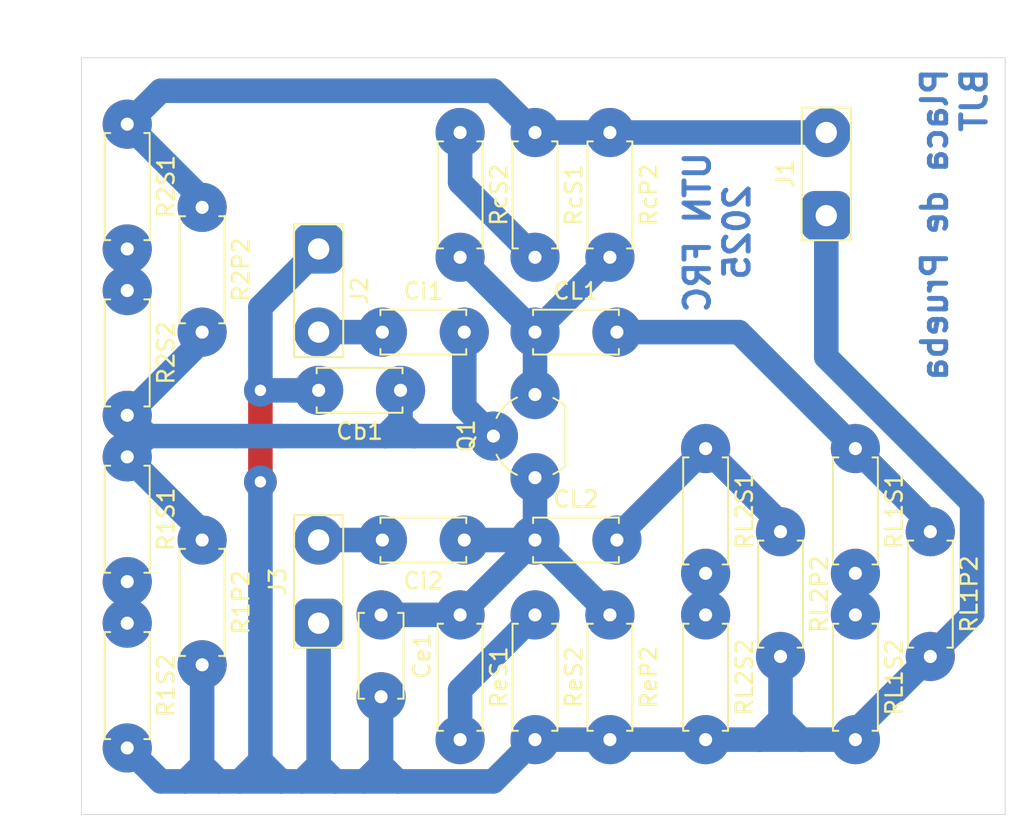
<source format=kicad_pcb>
(kicad_pcb (version 20241229) (generator "pcbnew") (generator_version "9.0")
  (layers (0 "F.Cu" signal) (2 "B.Cu" signal) (13 "F.Paste" user) (15 "B.Paste" user) (5 "F.SilkS" user "F.Silkscreen") (7 "B.SilkS" user "B.Silkscreen") (1 "F.Mask" user) (3 "B.Mask" user) (25 "Edge.Cuts" user))
  (net 0 "")
  (net 1 "GND")
  (net 2 "Net-(Q1-E)")
  (net 3 "Net-(Q1-C)")
  (net 4 "VIN1")
  (net 5 "VIN2")
  (net 6 "Net-(CL1-Pad2)")
  (net 7 "VCC")
  (net 8 "Net-(Q1-B)")
  (net 9 "Net-(CL2-Pad2)")
  (net 10 "Net-(R1S1-Pad2)")
  (net 11 "Net-(R2S1-Pad2)")
  (net 12 "Net-(RcS1-Pad2)")
  (net 13 "Net-(ReS1-Pad2)")
  (net 14 "Net-(RL1S1-Pad2)")
  (net 15 "Net-(RL2S1-Pad2)")
  (footprint "Resistor_THT:R_Axial_DIN0207_L6.3mm_D2.5mm_P7.62mm_Horizontal" (layer "F.Cu") (at 167.386 72.136 -90)
    (property "Reference" "RL1S1" (at 3.81 -2.37 90) (layer "F.SilkS"))
    (property "Value" "R")
    (fp_line (start 0.54 1.37) (end 7.08 1.37) (stroke (width 0.12)) (layer "F.SilkS"))
    (fp_line (start 7.08 1.37) (end 7.08 1.04) (stroke (width 0.12)) (layer "F.SilkS"))
    (fp_line (start 0.54 1.04) (end 0.54 1.37) (stroke (width 0.12)) (layer "F.SilkS"))
    (fp_line (start 0.54 -1.04) (end 0.54 -1.37) (stroke (width 0.12)) (layer "F.SilkS"))
    (fp_line (start 0.54 -1.37) (end 7.08 -1.37) (stroke (width 0.12)) (layer "F.SilkS"))
    (fp_line (start 7.08 -1.37) (end 7.08 -1.04) (stroke (width 0.12)) (layer "F.SilkS"))
    (pad "1" thru_hole circle (at 0 0 270) (size 3 3) (drill 0.8) (layers "*.Cu" "*.Mask") (net 6 "Net-(CL1-Pad2)"))
    (pad "2" thru_hole circle (at 7.62 0 270) (size 3 3) (drill 0.8) (layers "*.Cu" "*.Mask") (net 14 "Net-(RL1S1-Pad2)"))
  )
  (footprint "Resistor_THT:R_Axial_DIN0207_L6.3mm_D2.5mm_P7.62mm_Horizontal" (layer "F.Cu") (at 147.828 52.832 -90)
    (property "Reference" "RcS1" (at 3.81 -2.37 90) (layer "F.SilkS"))
    (property "Value" "R")
    (fp_line (start 0.54 1.37) (end 7.08 1.37) (stroke (width 0.12)) (layer "F.SilkS"))
    (fp_line (start 7.08 1.37) (end 7.08 1.04) (stroke (width 0.12)) (layer "F.SilkS"))
    (fp_line (start 0.54 1.04) (end 0.54 1.37) (stroke (width 0.12)) (layer "F.SilkS"))
    (fp_line (start 0.54 -1.04) (end 0.54 -1.37) (stroke (width 0.12)) (layer "F.SilkS"))
    (fp_line (start 0.54 -1.37) (end 7.08 -1.37) (stroke (width 0.12)) (layer "F.SilkS"))
    (fp_line (start 7.08 -1.37) (end 7.08 -1.04) (stroke (width 0.12)) (layer "F.SilkS"))
    (pad "1" thru_hole circle (at 0 0 270) (size 3 3) (drill 0.8) (layers "*.Cu" "*.Mask") (net 7 "VCC"))
    (pad "2" thru_hole circle (at 7.62 0 270) (size 3 3) (drill 0.8) (layers "*.Cu" "*.Mask") (net 12 "Net-(RcS1-Pad2)"))
  )
  (footprint "TestPoint:TestPoint_2Pads_Pitch5.08mm_Drill1.3mm" (layer "F.Cu") (at 134.62 59.944 -90)
    (property "Reference" "J2" (at 2.54 -2.5 90) (layer "F.SilkS"))
    (property "Value" "Vin1")
    (fp_line (start 6.6 1.5) (end -1.5 1.5) (stroke (width 0.12)) (layer "F.SilkS"))
    (fp_line (start 6.6 1.5) (end 6.6 -1.5) (stroke (width 0.12)) (layer "F.SilkS"))
    (fp_line (start -1.5 -1.5) (end -1.5 1.5) (stroke (width 0.12)) (layer "F.SilkS"))
    (fp_line (start -1.5 -1.5) (end 6.6 -1.5) (stroke (width 0.12)) (layer "F.SilkS"))
    (pad "1" thru_hole roundrect (at 0 0 270) (size 3 3) (drill 1.3) (layers "*.Cu" "*.Mask") (net 1 "GND"))
    (pad "2" thru_hole circle (at 5.08 0 270) (size 3 3) (drill 1.3) (layers "*.Cu" "*.Mask") (net 4 "VIN1"))
  )
  (footprint "Resistor_THT:R_Axial_DIN0207_L6.3mm_D2.5mm_P7.62mm_Horizontal" (layer "F.Cu") (at 158.242 82.296 -90)
    (property "Reference" "RL2S2" (at 3.81 -2.37 90) (layer "F.SilkS"))
    (property "Value" "R")
    (fp_line (start 0.54 1.37) (end 7.08 1.37) (stroke (width 0.12)) (layer "F.SilkS"))
    (fp_line (start 7.08 1.37) (end 7.08 1.04) (stroke (width 0.12)) (layer "F.SilkS"))
    (fp_line (start 0.54 1.04) (end 0.54 1.37) (stroke (width 0.12)) (layer "F.SilkS"))
    (fp_line (start 0.54 -1.04) (end 0.54 -1.37) (stroke (width 0.12)) (layer "F.SilkS"))
    (fp_line (start 0.54 -1.37) (end 7.08 -1.37) (stroke (width 0.12)) (layer "F.SilkS"))
    (fp_line (start 7.08 -1.37) (end 7.08 -1.04) (stroke (width 0.12)) (layer "F.SilkS"))
    (pad "1" thru_hole circle (at 0 0 270) (size 3 3) (drill 0.8) (layers "*.Cu" "*.Mask") (net 15 "Net-(RL2S1-Pad2)"))
    (pad "2" thru_hole circle (at 7.62 0 270) (size 3 3) (drill 0.8) (layers "*.Cu" "*.Mask") (net 1 "GND"))
  )
  (footprint "Resistor_THT:R_Axial_DIN0207_L6.3mm_D2.5mm_P7.62mm_Horizontal" (layer "F.Cu") (at 122.936 52.324 -90)
    (property "Reference" "R2S1" (at 3.81 -2.37 90) (layer "F.SilkS"))
    (property "Value" "R")
    (fp_line (start 0.54 1.37) (end 7.08 1.37) (stroke (width 0.12)) (layer "F.SilkS"))
    (fp_line (start 7.08 1.37) (end 7.08 1.04) (stroke (width 0.12)) (layer "F.SilkS"))
    (fp_line (start 0.54 1.04) (end 0.54 1.37) (stroke (width 0.12)) (layer "F.SilkS"))
    (fp_line (start 0.54 -1.04) (end 0.54 -1.37) (stroke (width 0.12)) (layer "F.SilkS"))
    (fp_line (start 0.54 -1.37) (end 7.08 -1.37) (stroke (width 0.12)) (layer "F.SilkS"))
    (fp_line (start 7.08 -1.37) (end 7.08 -1.04) (stroke (width 0.12)) (layer "F.SilkS"))
    (pad "1" thru_hole circle (at 0 0 270) (size 3 3) (drill 0.8) (layers "*.Cu" "*.Mask") (net 7 "VCC"))
    (pad "2" thru_hole circle (at 7.62 0 270) (size 3 3) (drill 0.8) (layers "*.Cu" "*.Mask") (net 11 "Net-(R2S1-Pad2)"))
  )
  (footprint "TestPoint:TestPoint_2Pads_Pitch5.08mm_Drill1.3mm" (layer "F.Cu") (at 134.62 82.804 90)
    (property "Reference" "J3" (at 2.54 -2.5 90) (layer "F.SilkS"))
    (property "Value" "Vin2")
    (fp_line (start -1.5 -1.5) (end 6.6 -1.5) (stroke (width 0.12)) (layer "F.SilkS"))
    (fp_line (start -1.5 -1.5) (end -1.5 1.5) (stroke (width 0.12)) (layer "F.SilkS"))
    (fp_line (start 6.6 1.5) (end 6.6 -1.5) (stroke (width 0.12)) (layer "F.SilkS"))
    (fp_line (start 6.6 1.5) (end -1.5 1.5) (stroke (width 0.12)) (layer "F.SilkS"))
    (pad "1" thru_hole roundrect (at 0 0 90) (size 3 3) (drill 1.3) (layers "*.Cu" "*.Mask") (net 1 "GND"))
    (pad "2" thru_hole circle (at 5.08 0 90) (size 3 3) (drill 1.3) (layers "*.Cu" "*.Mask") (net 5 "VIN2"))
  )
  (footprint "Resistor_THT:R_Axial_DIN0207_L6.3mm_D2.5mm_P7.62mm_Horizontal" (layer "F.Cu") (at 122.936 62.484 -90)
    (property "Reference" "R2S2" (at 3.81 -2.37 90) (layer "F.SilkS"))
    (property "Value" "R")
    (fp_line (start 0.54 1.37) (end 7.08 1.37) (stroke (width 0.12)) (layer "F.SilkS"))
    (fp_line (start 7.08 1.37) (end 7.08 1.04) (stroke (width 0.12)) (layer "F.SilkS"))
    (fp_line (start 0.54 1.04) (end 0.54 1.37) (stroke (width 0.12)) (layer "F.SilkS"))
    (fp_line (start 0.54 -1.04) (end 0.54 -1.37) (stroke (width 0.12)) (layer "F.SilkS"))
    (fp_line (start 0.54 -1.37) (end 7.08 -1.37) (stroke (width 0.12)) (layer "F.SilkS"))
    (fp_line (start 7.08 -1.37) (end 7.08 -1.04) (stroke (width 0.12)) (layer "F.SilkS"))
    (pad "1" thru_hole circle (at 0 0 270) (size 3 3) (drill 0.8) (layers "*.Cu" "*.Mask") (net 11 "Net-(R2S1-Pad2)"))
    (pad "2" thru_hole circle (at 7.62 0 270) (size 3 3) (drill 0.8) (layers "*.Cu" "*.Mask") (net 8 "Net-(Q1-B)"))
  )
  (footprint "Resistor_THT:R_Axial_DIN0207_L6.3mm_D2.5mm_P7.62mm_Horizontal" (layer "F.Cu") (at 127.508 77.724 -90)
    (property "Reference" "R1P2" (at 3.81 -2.37 90) (layer "F.SilkS"))
    (property "Value" "R")
    (fp_line (start 0.54 1.37) (end 7.08 1.37) (stroke (width 0.12)) (layer "F.SilkS"))
    (fp_line (start 7.08 1.37) (end 7.08 1.04) (stroke (width 0.12)) (layer "F.SilkS"))
    (fp_line (start 0.54 1.04) (end 0.54 1.37) (stroke (width 0.12)) (layer "F.SilkS"))
    (fp_line (start 0.54 -1.04) (end 0.54 -1.37) (stroke (width 0.12)) (layer "F.SilkS"))
    (fp_line (start 0.54 -1.37) (end 7.08 -1.37) (stroke (width 0.12)) (layer "F.SilkS"))
    (fp_line (start 7.08 -1.37) (end 7.08 -1.04) (stroke (width 0.12)) (layer "F.SilkS"))
    (pad "1" thru_hole circle (at 0 0 270) (size 3 3) (drill 0.8) (layers "*.Cu" "*.Mask") (net 8 "Net-(Q1-B)"))
    (pad "2" thru_hole circle (at 7.62 0 270) (size 3 3) (drill 0.8) (layers "*.Cu" "*.Mask") (net 1 "GND"))
  )
  (footprint "Capacitor_THT:C_Disc_D5.0mm_W2.5mm_P5.00mm" (layer "F.Cu") (at 139.62 68.58 180)
    (property "Reference" "Cb1" (at 2.5 -2.5 0) (layer "F.SilkS"))
    (property "Value" "C")
    (fp_line (start 5.12 1.033) (end 5.12 1.37) (stroke (width 0.12)) (layer "F.SilkS"))
    (fp_line (start 5.12 -1.37) (end 5.12 -1.033) (stroke (width 0.12)) (layer "F.SilkS"))
    (fp_line (start -0.12 1.37) (end 5.12 1.37) (stroke (width 0.12)) (layer "F.SilkS"))
    (fp_line (start -0.12 1.033) (end -0.12 1.37) (stroke (width 0.12)) (layer "F.SilkS"))
    (fp_line (start -0.12 -1.37) (end 5.12 -1.37) (stroke (width 0.12)) (layer "F.SilkS"))
    (fp_line (start -0.12 -1.37) (end -0.12 -1.033) (stroke (width 0.12)) (layer "F.SilkS"))
    (pad "1" thru_hole circle (at 0 0 180) (size 3 3) (drill 0.8) (layers "*.Cu" "*.Mask") (net 8 "Net-(Q1-B)"))
    (pad "2" thru_hole circle (at 5 0 180) (size 3 3) (drill 0.8) (layers "*.Cu" "*.Mask") (net 1 "GND"))
  )
  (footprint "Resistor_THT:R_Axial_DIN0207_L6.3mm_D2.5mm_P7.62mm_Horizontal" (layer "F.Cu") (at 167.386 82.296 -90)
    (property "Reference" "RL1S2" (at 3.81 -2.37 90) (layer "F.SilkS"))
    (property "Value" "R")
    (fp_line (start 0.54 1.37) (end 7.08 1.37) (stroke (width 0.12)) (layer "F.SilkS"))
    (fp_line (start 7.08 1.37) (end 7.08 1.04) (stroke (width 0.12)) (layer "F.SilkS"))
    (fp_line (start 0.54 1.04) (end 0.54 1.37) (stroke (width 0.12)) (layer "F.SilkS"))
    (fp_line (start 0.54 -1.04) (end 0.54 -1.37) (stroke (width 0.12)) (layer "F.SilkS"))
    (fp_line (start 0.54 -1.37) (end 7.08 -1.37) (stroke (width 0.12)) (layer "F.SilkS"))
    (fp_line (start 7.08 -1.37) (end 7.08 -1.04) (stroke (width 0.12)) (layer "F.SilkS"))
    (pad "1" thru_hole circle (at 0 0 270) (size 3 3) (drill 0.8) (layers "*.Cu" "*.Mask") (net 14 "Net-(RL1S1-Pad2)"))
    (pad "2" thru_hole circle (at 7.62 0 270) (size 3 3) (drill 0.8) (layers "*.Cu" "*.Mask") (net 1 "GND"))
  )
  (footprint "Package_TO_SOT_THT:TO-92_Wide" (layer "F.Cu") (at 147.828 73.914 90)
    (property "Reference" "Q1" (at 2.55 -4.19 90) (layer "F.SilkS"))
    (property "Value" "NPN")
    (fp_line (start 0.74 1.85) (end 4.34 1.85) (stroke (width 0.12)) (layer "F.SilkS"))
    (fp_arc (start 3.65 -2.35) (mid 4.382279 -1.833196) (end 4.895458 -1.098371) (stroke (width 0.12)) (layer "F.SilkS"))
    (fp_arc (start 0.172801 -1.103842) (mid 0.678995 -1.832692) (end 1.4 -2.35) (stroke (width 0.12)) (layer "F.SilkS"))
    (fp_arc (start 4.864184 1.122795) (mid 4.633903 1.509328) (end 4.34 1.85) (stroke (width 0.12)) (layer "F.SilkS"))
    (fp_arc (start 0.74 1.85) (mid 0.446097 1.509328) (end 0.215816 1.122795) (stroke (width 0.12)) (layer "F.SilkS"))
    (pad "1" thru_hole circle (at 5.08 0 90) (size 3 3) (drill 0.8) (layers "*.Cu" "*.Mask") (net 3 "Net-(Q1-C)"))
    (pad "2" thru_hole circle (at 2.54 -2.54 90) (size 3 3) (drill 0.8) (layers "*.Cu" "*.Mask") (net 8 "Net-(Q1-B)"))
    (pad "3" thru_hole circle (at 0 0 90) (size 3 3) (drill 0.8) (layers "*.Cu" "*.Mask") (net 2 "Net-(Q1-E)"))
  )
  (footprint "Capacitor_THT:C_Disc_D5.0mm_W2.5mm_P5.00mm" (layer "F.Cu") (at 147.828 77.724)
    (property "Reference" "CL2" (at 2.5 -2.5 0) (layer "F.SilkS"))
    (property "Value" "C")
    (fp_line (start -0.12 -1.37) (end -0.12 -1.033) (stroke (width 0.12)) (layer "F.SilkS"))
    (fp_line (start -0.12 -1.37) (end 5.12 -1.37) (stroke (width 0.12)) (layer "F.SilkS"))
    (fp_line (start -0.12 1.033) (end -0.12 1.37) (stroke (width 0.12)) (layer "F.SilkS"))
    (fp_line (start -0.12 1.37) (end 5.12 1.37) (stroke (width 0.12)) (layer "F.SilkS"))
    (fp_line (start 5.12 -1.37) (end 5.12 -1.033) (stroke (width 0.12)) (layer "F.SilkS"))
    (fp_line (start 5.12 1.033) (end 5.12 1.37) (stroke (width 0.12)) (layer "F.SilkS"))
    (pad "1" thru_hole circle (at 0 0) (size 3 3) (drill 0.8) (layers "*.Cu" "*.Mask") (net 2 "Net-(Q1-E)"))
    (pad "2" thru_hole circle (at 5 0) (size 3 3) (drill 0.8) (layers "*.Cu" "*.Mask") (net 9 "Net-(CL2-Pad2)"))
  )
  (footprint "Resistor_THT:R_Axial_DIN0207_L6.3mm_D2.5mm_P7.62mm_Horizontal" (layer "F.Cu") (at 158.242 72.136 -90)
    (property "Reference" "RL2S1" (at 3.81 -2.37 90) (layer "F.SilkS"))
    (property "Value" "R")
    (fp_line (start 0.54 1.37) (end 7.08 1.37) (stroke (width 0.12)) (layer "F.SilkS"))
    (fp_line (start 7.08 1.37) (end 7.08 1.04) (stroke (width 0.12)) (layer "F.SilkS"))
    (fp_line (start 0.54 1.04) (end 0.54 1.37) (stroke (width 0.12)) (layer "F.SilkS"))
    (fp_line (start 0.54 -1.04) (end 0.54 -1.37) (stroke (width 0.12)) (layer "F.SilkS"))
    (fp_line (start 0.54 -1.37) (end 7.08 -1.37) (stroke (width 0.12)) (layer "F.SilkS"))
    (fp_line (start 7.08 -1.37) (end 7.08 -1.04) (stroke (width 0.12)) (layer "F.SilkS"))
    (pad "1" thru_hole circle (at 0 0 270) (size 3 3) (drill 0.8) (layers "*.Cu" "*.Mask") (net 9 "Net-(CL2-Pad2)"))
    (pad "2" thru_hole circle (at 7.62 0 270) (size 3 3) (drill 0.8) (layers "*.Cu" "*.Mask") (net 15 "Net-(RL2S1-Pad2)"))
  )
  (footprint "Capacitor_THT:C_Disc_D5.0mm_W2.5mm_P5.00mm" (layer "F.Cu") (at 138.51 65.024)
    (property "Reference" "Ci1" (at 2.5 -2.5 0) (layer "F.SilkS"))
    (property "Value" "C")
    (fp_line (start -0.12 -1.37) (end -0.12 -1.033) (stroke (width 0.12)) (layer "F.SilkS"))
    (fp_line (start -0.12 -1.37) (end 5.12 -1.37) (stroke (width 0.12)) (layer "F.SilkS"))
    (fp_line (start -0.12 1.033) (end -0.12 1.37) (stroke (width 0.12)) (layer "F.SilkS"))
    (fp_line (start -0.12 1.37) (end 5.12 1.37) (stroke (width 0.12)) (layer "F.SilkS"))
    (fp_line (start 5.12 -1.37) (end 5.12 -1.033) (stroke (width 0.12)) (layer "F.SilkS"))
    (fp_line (start 5.12 1.033) (end 5.12 1.37) (stroke (width 0.12)) (layer "F.SilkS"))
    (pad "1" thru_hole circle (at 0 0) (size 3 3) (drill 0.8) (layers "*.Cu" "*.Mask") (net 4 "VIN1"))
    (pad "2" thru_hole circle (at 5 0) (size 3 3) (drill 0.8) (layers "*.Cu" "*.Mask") (net 8 "Net-(Q1-B)"))
  )
  (footprint "Capacitor_THT:C_Disc_D5.0mm_W2.5mm_P5.00mm" (layer "F.Cu") (at 143.51 77.724 180)
    (property "Reference" "Ci2" (at 2.5 -2.5 0) (layer "F.SilkS"))
    (property "Value" "C")
    (fp_line (start 5.12 1.033) (end 5.12 1.37) (stroke (width 0.12)) (layer "F.SilkS"))
    (fp_line (start 5.12 -1.37) (end 5.12 -1.033) (stroke (width 0.12)) (layer "F.SilkS"))
    (fp_line (start -0.12 1.37) (end 5.12 1.37) (stroke (width 0.12)) (layer "F.SilkS"))
    (fp_line (start -0.12 1.033) (end -0.12 1.37) (stroke (width 0.12)) (layer "F.SilkS"))
    (fp_line (start -0.12 -1.37) (end 5.12 -1.37) (stroke (width 0.12)) (layer "F.SilkS"))
    (fp_line (start -0.12 -1.37) (end -0.12 -1.033) (stroke (width 0.12)) (layer "F.SilkS"))
    (pad "1" thru_hole circle (at 0 0 180) (size 3 3) (drill 0.8) (layers "*.Cu" "*.Mask") (net 2 "Net-(Q1-E)"))
    (pad "2" thru_hole circle (at 5 0 180) (size 3 3) (drill 0.8) (layers "*.Cu" "*.Mask") (net 5 "VIN2"))
  )
  (footprint "Resistor_THT:R_Axial_DIN0207_L6.3mm_D2.5mm_P7.62mm_Horizontal" (layer "F.Cu") (at 171.958 77.216 -90)
    (property "Reference" "RL1P2" (at 3.81 -2.37 90) (layer "F.SilkS"))
    (property "Value" "R")
    (fp_line (start 0.54 1.37) (end 7.08 1.37) (stroke (width 0.12)) (layer "F.SilkS"))
    (fp_line (start 7.08 1.37) (end 7.08 1.04) (stroke (width 0.12)) (layer "F.SilkS"))
    (fp_line (start 0.54 1.04) (end 0.54 1.37) (stroke (width 0.12)) (layer "F.SilkS"))
    (fp_line (start 0.54 -1.04) (end 0.54 -1.37) (stroke (width 0.12)) (layer "F.SilkS"))
    (fp_line (start 0.54 -1.37) (end 7.08 -1.37) (stroke (width 0.12)) (layer "F.SilkS"))
    (fp_line (start 7.08 -1.37) (end 7.08 -1.04) (stroke (width 0.12)) (layer "F.SilkS"))
    (pad "1" thru_hole circle (at 0 0 270) (size 3 3) (drill 0.8) (layers "*.Cu" "*.Mask") (net 6 "Net-(CL1-Pad2)"))
    (pad "2" thru_hole circle (at 7.62 0 270) (size 3 3) (drill 0.8) (layers "*.Cu" "*.Mask") (net 1 "GND"))
  )
  (footprint "Resistor_THT:R_Axial_DIN0207_L6.3mm_D2.5mm_P7.62mm_Horizontal" (layer "F.Cu") (at 122.936 82.804 -90)
    (property "Reference" "R1S2" (at 3.81 -2.37 90) (layer "F.SilkS"))
    (property "Value" "R")
    (fp_line (start 0.54 1.37) (end 7.08 1.37) (stroke (width 0.12)) (layer "F.SilkS"))
    (fp_line (start 7.08 1.37) (end 7.08 1.04) (stroke (width 0.12)) (layer "F.SilkS"))
    (fp_line (start 0.54 1.04) (end 0.54 1.37) (stroke (width 0.12)) (layer "F.SilkS"))
    (fp_line (start 0.54 -1.04) (end 0.54 -1.37) (stroke (width 0.12)) (layer "F.SilkS"))
    (fp_line (start 0.54 -1.37) (end 7.08 -1.37) (stroke (width 0.12)) (layer "F.SilkS"))
    (fp_line (start 7.08 -1.37) (end 7.08 -1.04) (stroke (width 0.12)) (layer "F.SilkS"))
    (pad "1" thru_hole circle (at 0 0 270) (size 3 3) (drill 0.8) (layers "*.Cu" "*.Mask") (net 10 "Net-(R1S1-Pad2)"))
    (pad "2" thru_hole circle (at 7.62 0 270) (size 3 3) (drill 0.8) (layers "*.Cu" "*.Mask") (net 1 "GND"))
  )
  (footprint "Resistor_THT:R_Axial_DIN0207_L6.3mm_D2.5mm_P7.62mm_Horizontal" (layer "F.Cu") (at 127.508 57.404 -90)
    (property "Reference" "R2P2" (at 3.81 -2.37 90) (layer "F.SilkS"))
    (property "Value" "R")
    (fp_line (start 0.54 1.37) (end 7.08 1.37) (stroke (width 0.12)) (layer "F.SilkS"))
    (fp_line (start 7.08 1.37) (end 7.08 1.04) (stroke (width 0.12)) (layer "F.SilkS"))
    (fp_line (start 0.54 1.04) (end 0.54 1.37) (stroke (width 0.12)) (layer "F.SilkS"))
    (fp_line (start 0.54 -1.04) (end 0.54 -1.37) (stroke (width 0.12)) (layer "F.SilkS"))
    (fp_line (start 0.54 -1.37) (end 7.08 -1.37) (stroke (width 0.12)) (layer "F.SilkS"))
    (fp_line (start 7.08 -1.37) (end 7.08 -1.04) (stroke (width 0.12)) (layer "F.SilkS"))
    (pad "1" thru_hole circle (at 0 0 270) (size 3 3) (drill 0.8) (layers "*.Cu" "*.Mask") (net 7 "VCC"))
    (pad "2" thru_hole circle (at 7.62 0 270) (size 3 3) (drill 0.8) (layers "*.Cu" "*.Mask") (net 8 "Net-(Q1-B)"))
  )
  (footprint "TestPoint:TestPoint_2Pads_Pitch5.08mm_Drill1.3mm" (layer "F.Cu") (at 165.608 57.912 90)
    (property "Reference" "J1" (at 2.54 -2.5 90) (layer "F.SilkS"))
    (property "Value" "Vcc")
    (fp_line (start -1.5 -1.5) (end 6.6 -1.5) (stroke (width 0.12)) (layer "F.SilkS"))
    (fp_line (start -1.5 -1.5) (end -1.5 1.5) (stroke (width 0.12)) (layer "F.SilkS"))
    (fp_line (start 6.6 1.5) (end 6.6 -1.5) (stroke (width 0.12)) (layer "F.SilkS"))
    (fp_line (start 6.6 1.5) (end -1.5 1.5) (stroke (width 0.12)) (layer "F.SilkS"))
    (pad "1" thru_hole roundrect (at 0 0 90) (size 3 3) (drill 1.3) (layers "*.Cu" "*.Mask") (net 1 "GND"))
    (pad "2" thru_hole circle (at 5.08 0 90) (size 3 3) (drill 1.3) (layers "*.Cu" "*.Mask") (net 7 "VCC"))
  )
  (footprint "Resistor_THT:R_Axial_DIN0207_L6.3mm_D2.5mm_P7.62mm_Horizontal" (layer "F.Cu") (at 122.936 72.644 -90)
    (property "Reference" "R1S1" (at 3.81 -2.37 90) (layer "F.SilkS"))
    (property "Value" "R")
    (fp_line (start 0.54 1.37) (end 7.08 1.37) (stroke (width 0.12)) (layer "F.SilkS"))
    (fp_line (start 7.08 1.37) (end 7.08 1.04) (stroke (width 0.12)) (layer "F.SilkS"))
    (fp_line (start 0.54 1.04) (end 0.54 1.37) (stroke (width 0.12)) (layer "F.SilkS"))
    (fp_line (start 0.54 -1.04) (end 0.54 -1.37) (stroke (width 0.12)) (layer "F.SilkS"))
    (fp_line (start 0.54 -1.37) (end 7.08 -1.37) (stroke (width 0.12)) (layer "F.SilkS"))
    (fp_line (start 7.08 -1.37) (end 7.08 -1.04) (stroke (width 0.12)) (layer "F.SilkS"))
    (pad "1" thru_hole circle (at 0 0 270) (size 3 3) (drill 0.8) (layers "*.Cu" "*.Mask") (net 8 "Net-(Q1-B)"))
    (pad "2" thru_hole circle (at 7.62 0 270) (size 3 3) (drill 0.8) (layers "*.Cu" "*.Mask") (net 10 "Net-(R1S1-Pad2)"))
  )
  (footprint "Resistor_THT:R_Axial_DIN0207_L6.3mm_D2.5mm_P7.62mm_Horizontal" (layer "F.Cu") (at 143.256 82.296 -90)
    (property "Reference" "ReS1" (at 3.81 -2.37 90) (layer "F.SilkS"))
    (property "Value" "R")
    (fp_line (start 0.54 1.37) (end 7.08 1.37) (stroke (width 0.12)) (layer "F.SilkS"))
    (fp_line (start 7.08 1.37) (end 7.08 1.04) (stroke (width 0.12)) (layer "F.SilkS"))
    (fp_line (start 0.54 1.04) (end 0.54 1.37) (stroke (width 0.12)) (layer "F.SilkS"))
    (fp_line (start 0.54 -1.04) (end 0.54 -1.37) (stroke (width 0.12)) (layer "F.SilkS"))
    (fp_line (start 0.54 -1.37) (end 7.08 -1.37) (stroke (width 0.12)) (layer "F.SilkS"))
    (fp_line (start 7.08 -1.37) (end 7.08 -1.04) (stroke (width 0.12)) (layer "F.SilkS"))
    (pad "1" thru_hole circle (at 0 0 270) (size 3 3) (drill 0.8) (layers "*.Cu" "*.Mask") (net 2 "Net-(Q1-E)"))
    (pad "2" thru_hole circle (at 7.62 0 270) (size 3 3) (drill 0.8) (layers "*.Cu" "*.Mask") (net 13 "Net-(ReS1-Pad2)"))
  )
  (footprint "Resistor_THT:R_Axial_DIN0207_L6.3mm_D2.5mm_P7.62mm_Horizontal" (layer "F.Cu") (at 143.256 52.832 -90)
    (property "Reference" "RcS2" (at 3.81 -2.37 90) (layer "F.SilkS"))
    (property "Value" "R")
    (fp_line (start 0.54 1.37) (end 7.08 1.37) (stroke (width 0.12)) (layer "F.SilkS"))
    (fp_line (start 7.08 1.37) (end 7.08 1.04) (stroke (width 0.12)) (layer "F.SilkS"))
    (fp_line (start 0.54 1.04) (end 0.54 1.37) (stroke (width 0.12)) (layer "F.SilkS"))
    (fp_line (start 0.54 -1.04) (end 0.54 -1.37) (stroke (width 0.12)) (layer "F.SilkS"))
    (fp_line (start 0.54 -1.37) (end 7.08 -1.37) (stroke (width 0.12)) (layer "F.SilkS"))
    (fp_line (start 7.08 -1.37) (end 7.08 -1.04) (stroke (width 0.12)) (layer "F.SilkS"))
    (pad "1" thru_hole circle (at 0 0 270) (size 3 3) (drill 0.8) (layers "*.Cu" "*.Mask") (net 12 "Net-(RcS1-Pad2)"))
    (pad "2" thru_hole circle (at 7.62 0 270) (size 3 3) (drill 0.8) (layers "*.Cu" "*.Mask") (net 3 "Net-(Q1-C)"))
  )
  (footprint "Resistor_THT:R_Axial_DIN0207_L6.3mm_D2.5mm_P7.62mm_Horizontal" (layer "F.Cu") (at 147.828 82.296 -90)
    (property "Reference" "ReS2" (at 3.81 -2.37 90) (layer "F.SilkS"))
    (property "Value" "R")
    (fp_line (start 0.54 1.37) (end 7.08 1.37) (stroke (width 0.12)) (layer "F.SilkS"))
    (fp_line (start 7.08 1.37) (end 7.08 1.04) (stroke (width 0.12)) (layer "F.SilkS"))
    (fp_line (start 0.54 1.04) (end 0.54 1.37) (stroke (width 0.12)) (layer "F.SilkS"))
    (fp_line (start 0.54 -1.04) (end 0.54 -1.37) (stroke (width 0.12)) (layer "F.SilkS"))
    (fp_line (start 0.54 -1.37) (end 7.08 -1.37) (stroke (width 0.12)) (layer "F.SilkS"))
    (fp_line (start 7.08 -1.37) (end 7.08 -1.04) (stroke (width 0.12)) (layer "F.SilkS"))
    (pad "1" thru_hole circle (at 0 0 270) (size 3 3) (drill 0.8) (layers "*.Cu" "*.Mask") (net 13 "Net-(ReS1-Pad2)"))
    (pad "2" thru_hole circle (at 7.62 0 270) (size 3 3) (drill 0.8) (layers "*.Cu" "*.Mask") (net 1 "GND"))
  )
  (footprint "Resistor_THT:R_Axial_DIN0207_L6.3mm_D2.5mm_P7.62mm_Horizontal" (layer "F.Cu") (at 152.4 82.296 -90)
    (property "Reference" "ReP2" (at 3.81 -2.37 90) (layer "F.SilkS"))
    (property "Value" "R")
    (fp_line (start 0.54 1.37) (end 7.08 1.37) (stroke (width 0.12)) (layer "F.SilkS"))
    (fp_line (start 7.08 1.37) (end 7.08 1.04) (stroke (width 0.12)) (layer "F.SilkS"))
    (fp_line (start 0.54 1.04) (end 0.54 1.37) (stroke (width 0.12)) (layer "F.SilkS"))
    (fp_line (start 0.54 -1.04) (end 0.54 -1.37) (stroke (width 0.12)) (layer "F.SilkS"))
    (fp_line (start 0.54 -1.37) (end 7.08 -1.37) (stroke (width 0.12)) (layer "F.SilkS"))
    (fp_line (start 7.08 -1.37) (end 7.08 -1.04) (stroke (width 0.12)) (layer "F.SilkS"))
    (pad "1" thru_hole circle (at 0 0 270) (size 3 3) (drill 0.8) (layers "*.Cu" "*.Mask") (net 2 "Net-(Q1-E)"))
    (pad "2" thru_hole circle (at 7.62 0 270) (size 3 3) (drill 0.8) (layers "*.Cu" "*.Mask") (net 1 "GND"))
  )
  (footprint "Resistor_THT:R_Axial_DIN0207_L6.3mm_D2.5mm_P7.62mm_Horizontal" (layer "F.Cu") (at 162.814 77.216 -90)
    (property "Reference" "RL2P2" (at 3.81 -2.37 90) (layer "F.SilkS"))
    (property "Value" "R")
    (fp_line (start 0.54 1.37) (end 7.08 1.37) (stroke (width 0.12)) (layer "F.SilkS"))
    (fp_line (start 7.08 1.37) (end 7.08 1.04) (stroke (width 0.12)) (layer "F.SilkS"))
    (fp_line (start 0.54 1.04) (end 0.54 1.37) (stroke (width 0.12)) (layer "F.SilkS"))
    (fp_line (start 0.54 -1.04) (end 0.54 -1.37) (stroke (width 0.12)) (layer "F.SilkS"))
    (fp_line (start 0.54 -1.37) (end 7.08 -1.37) (stroke (width 0.12)) (layer "F.SilkS"))
    (fp_line (start 7.08 -1.37) (end 7.08 -1.04) (stroke (width 0.12)) (layer "F.SilkS"))
    (pad "1" thru_hole circle (at 0 0 270) (size 3 3) (drill 0.8) (layers "*.Cu" "*.Mask") (net 9 "Net-(CL2-Pad2)"))
    (pad "2" thru_hole circle (at 7.62 0 270) (size 3 3) (drill 0.8) (layers "*.Cu" "*.Mask") (net 1 "GND"))
  )
  (footprint "Capacitor_THT:C_Disc_D5.0mm_W2.5mm_P5.00mm" (layer "F.Cu") (at 138.43 82.296 -90)
    (property "Reference" "Ce1" (at 2.5 -2.5 90) (layer "F.SilkS"))
    (property "Value" "C")
    (fp_line (start -0.12 1.37) (end 5.12 1.37) (stroke (width 0.12)) (layer "F.SilkS"))
    (fp_line (start -0.12 1.033) (end -0.12 1.37) (stroke (width 0.12)) (layer "F.SilkS"))
    (fp_line (start 5.12 1.033) (end 5.12 1.37) (stroke (width 0.12)) (layer "F.SilkS"))
    (fp_line (start -0.12 -1.37) (end -0.12 -1.033) (stroke (width 0.12)) (layer "F.SilkS"))
    (fp_line (start -0.12 -1.37) (end 5.12 -1.37) (stroke (width 0.12)) (layer "F.SilkS"))
    (fp_line (start 5.12 -1.37) (end 5.12 -1.033) (stroke (width 0.12)) (layer "F.SilkS"))
    (pad "1" thru_hole circle (at 0 0 270) (size 3 3) (drill 0.8) (layers "*.Cu" "*.Mask") (net 2 "Net-(Q1-E)"))
    (pad "2" thru_hole circle (at 5 0 270) (size 3 3) (drill 0.8) (layers "*.Cu" "*.Mask") (net 1 "GND"))
  )
  (footprint "Resistor_THT:R_Axial_DIN0207_L6.3mm_D2.5mm_P7.62mm_Horizontal" (layer "F.Cu") (at 152.4 52.832 -90)
    (property "Reference" "RcP2" (at 3.81 -2.37 90) (layer "F.SilkS"))
    (property "Value" "R")
    (fp_line (start 0.54 1.37) (end 7.08 1.37) (stroke (width 0.12)) (layer "F.SilkS"))
    (fp_line (start 7.08 1.37) (end 7.08 1.04) (stroke (width 0.12)) (layer "F.SilkS"))
    (fp_line (start 0.54 1.04) (end 0.54 1.37) (stroke (width 0.12)) (layer "F.SilkS"))
    (fp_line (start 0.54 -1.04) (end 0.54 -1.37) (stroke (width 0.12)) (layer "F.SilkS"))
    (fp_line (start 0.54 -1.37) (end 7.08 -1.37) (stroke (width 0.12)) (layer "F.SilkS"))
    (fp_line (start 7.08 -1.37) (end 7.08 -1.04) (stroke (width 0.12)) (layer "F.SilkS"))
    (pad "1" thru_hole circle (at 0 0 270) (size 3 3) (drill 0.8) (layers "*.Cu" "*.Mask") (net 7 "VCC"))
    (pad "2" thru_hole circle (at 7.62 0 270) (size 3 3) (drill 0.8) (layers "*.Cu" "*.Mask") (net 3 "Net-(Q1-C)"))
  )
  (footprint "Capacitor_THT:C_Disc_D5.0mm_W2.5mm_P5.00mm" (layer "F.Cu") (at 147.828 65.024)
    (property "Reference" "CL1" (at 2.5 -2.5 0) (layer "F.SilkS"))
    (property "Value" "C")
    (fp_line (start -0.12 -1.37) (end -0.12 -1.033) (stroke (width 0.12)) (layer "F.SilkS"))
    (fp_line (start -0.12 -1.37) (end 5.12 -1.37) (stroke (width 0.12)) (layer "F.SilkS"))
    (fp_line (start -0.12 1.033) (end -0.12 1.37) (stroke (width 0.12)) (layer "F.SilkS"))
    (fp_line (start -0.12 1.37) (end 5.12 1.37) (stroke (width 0.12)) (layer "F.SilkS"))
    (fp_line (start 5.12 -1.37) (end 5.12 -1.033) (stroke (width 0.12)) (layer "F.SilkS"))
    (fp_line (start 5.12 1.033) (end 5.12 1.37) (stroke (width 0.12)) (layer "F.SilkS"))
    (pad "1" thru_hole circle (at 0 0) (size 3 3) (drill 0.8) (layers "*.Cu" "*.Mask") (net 3 "Net-(Q1-C)"))
    (pad "2" thru_hole circle (at 5 0) (size 3 3) (drill 0.8) (layers "*.Cu" "*.Mask") (net 6 "Net-(CL1-Pad2)"))
  )
  (gr_rect (start 120.142 48.26) (end 176.53 94.488) (stroke (width 0.05)) (fill no) (layer "Edge.Cuts"))
  (gr_text "UTN FRC\n2025" (at 161.036 58.928 90) (layer "B.Cu") (effects (font (size 1.5 1.5) (thickness 0.3) (bold yes)) (justify bottom mirror)))
  (gr_text "Placa de Prueba\nBJT" (at 175.514 48.768 90) (layer "B.Cu") (effects (font (size 1.5 1.5) (thickness 0.3) (bold yes)) (justify left bottom mirror)))
  (segment (start 131.064 74.168) (end 131.064 68.58) (width 1.5) (layer "F.Cu") (net 1))
  (via (at 131.064 74.168) (size 2) (drill 0.7) (layers "F.Cu" "B.Cu") (net 1))
  (via (at 131.064 68.58) (size 2) (drill 0.7) (layers "F.Cu" "B.Cu") (net 1))
  (segment (start 131.064 63.5) (end 134.62 59.944) (width 1.5) (layer "B.Cu") (net 1))
  (segment (start 128.524 92.467) (end 129.794 92.467) (width 1.5) (layer "B.Cu") (net 1))
  (segment (start 138.43 87.296) (end 138.43 91.451) (width 1.5) (layer "B.Cu") (net 1))
  (segment (start 174.509 82.285) (end 171.958 84.836) (width 1.5) (layer "B.Cu") (net 1))
  (segment (start 124.979 92.467) (end 126.492 92.467) (width 1.5) (layer "B.Cu") (net 1))
  (segment (start 165.608 66.548) (end 174.509 75.449) (width 1.5) (layer "B.Cu") (net 1))
  (segment (start 145.277 92.467) (end 147.828 89.916) (width 1.5) (layer "B.Cu") (net 1))
  (segment (start 174.509 75.449) (end 174.509 82.285) (width 1.5) (layer "B.Cu") (net 1))
  (segment (start 134.62 82.804) (end 134.62 91.451) (width 1.5) (layer "B.Cu") (net 1))
  (segment (start 132.334 92.467) (end 133.604 92.467) (width 1.5) (layer "B.Cu") (net 1))
  (segment (start 167.386 89.408) (end 171.958 84.836) (width 1.5) (layer "B.Cu") (net 1))
  (segment (start 126.492 92.467) (end 128.524 92.467) (width 1.5) (layer "B.Cu") (net 1))
  (segment (start 161.544 89.916) (end 147.828 89.916) (width 1.5) (layer "B.Cu") (net 1))
  (segment (start 162.814 88.646) (end 164.084 89.916) (width 1.5) (layer "B.Cu") (net 1))
  (segment (start 133.858 82.804) (end 133.938 82.804) (width 1.5) (layer "B.Cu") (net 1))
  (segment (start 133.604 92.467) (end 135.636 92.467) (width 1.5) (layer "B.Cu") (net 1))
  (segment (start 134.62 91.451) (end 135.636 92.467) (width 1.5) (layer "B.Cu") (net 1))
  (segment (start 134.62 91.451) (end 133.604 92.467) (width 1.5) (layer "B.Cu") (net 1))
  (segment (start 138.43 91.451) (end 137.414 92.467) (width 1.5) (layer "B.Cu") (net 1))
  (segment (start 162.814 88.646) (end 161.544 89.916) (width 1.5) (layer "B.Cu") (net 1))
  (segment (start 122.936 90.424) (end 124.979 92.467) (width 1.5) (layer "B.Cu") (net 1))
  (segment (start 164.084 89.916) (end 161.544 89.916) (width 1.5) (layer "B.Cu") (net 1))
  (segment (start 139.446 92.467) (end 145.277 92.467) (width 1.5) (layer "B.Cu") (net 1))
  (segment (start 167.386 89.916) (end 167.386 89.408) (width 1.5) (layer "B.Cu") (net 1))
  (segment (start 165.608 57.912) (end 165.608 66.548) (width 1.5) (layer "B.Cu") (net 1))
  (segment (start 129.794 92.467) (end 132.334 92.467) (width 1.5) (layer "B.Cu") (net 1))
  (segment (start 131.064 74.168) (end 131.064 91.197) (width 1.5) (layer "B.Cu") (net 1))
  (segment (start 162.814 84.836) (end 162.814 88.646) (width 1.5) (layer "B.Cu") (net 1))
  (segment (start 127.508 91.451) (end 128.524 92.467) (width 1.5) (layer "B.Cu") (net 1))
  (segment (start 131.064 91.197) (end 132.334 92.467) (width 1.5) (layer "B.Cu") (net 1))
  (segment (start 134.62 68.58) (end 131.064 68.58) (width 1.5) (layer "B.Cu") (net 1))
  (segment (start 135.636 92.467) (end 137.414 92.467) (width 1.5) (layer "B.Cu") (net 1))
  (segment (start 131.064 91.197) (end 129.794 92.467) (width 1.5) (layer "B.Cu") (net 1))
  (segment (start 138.43 91.451) (end 139.446 92.467) (width 1.5) (layer "B.Cu") (net 1))
  (segment (start 137.414 92.467) (end 139.446 92.467) (width 1.5) (layer "B.Cu") (net 1))
  (segment (start 131.064 68.58) (end 131.064 63.5) (width 1.5) (layer "B.Cu") (net 1))
  (segment (start 127.508 91.451) (end 126.492 92.467) (width 1.5) (layer "B.Cu") (net 1))
  (segment (start 127.508 85.344) (end 127.508 91.451) (width 1.5) (layer "B.Cu") (net 1))
  (segment (start 167.386 89.916) (end 164.084 89.916) (width 1.5) (layer "B.Cu") (net 1))
  (segment (start 143.51 77.724) (end 147.828 77.724) (width 1.5) (layer "B.Cu") (net 2))
  (segment (start 147.828 77.724) (end 143.256 82.296) (width 1.5) (layer "B.Cu") (net 2))
  (segment (start 143.256 82.296) (end 138.43 82.296) (width 1.5) (layer "B.Cu") (net 2))
  (segment (start 147.828 73.914) (end 147.828 77.724) (width 1.5) (layer "B.Cu") (net 2))
  (segment (start 147.828 77.724) (end 152.4 82.296) (width 1.5) (layer "B.Cu") (net 2))
  (segment (start 152.4 60.452) (end 147.828 65.024) (width 1.5) (layer "B.Cu") (net 3))
  (segment (start 147.828 68.834) (end 147.828 65.024) (width 1.5) (layer "B.Cu") (net 3))
  (segment (start 143.256 60.452) (end 147.828 65.024) (width 1.5) (layer "B.Cu") (net 3))
  (segment (start 138.51 65.024) (end 134.62 65.024) (width 1.5) (layer "B.Cu") (net 4))
  (segment (start 134.62 77.724) (end 138.51 77.724) (width 1.5) (layer "B.Cu") (net 5))
  (segment (start 167.386 72.136) (end 160.274 65.024) (width 1.5) (layer "B.Cu") (net 6))
  (segment (start 171.958 76.708) (end 167.386 72.136) (width 1.5) (layer "B.Cu") (net 6))
  (segment (start 171.958 77.216) (end 171.958 76.708) (width 1.5) (layer "B.Cu") (net 6))
  (segment (start 160.274 65.024) (end 152.828 65.024) (width 1.5) (layer "B.Cu") (net 6))
  (segment (start 122.936 52.324) (end 124.979 50.281) (width 1.5) (layer "B.Cu") (net 7))
  (segment (start 147.828 52.832) (end 165.608 52.832) (width 1.5) (layer "B.Cu") (net 7))
  (segment (start 127.508 57.404) (end 127.508 56.896) (width 1.5) (layer "B.Cu") (net 7))
  (segment (start 124.979 50.281) (end 145.277 50.281) (width 1.5) (layer "B.Cu") (net 7))
  (segment (start 127.508 56.896) (end 122.936 52.324) (width 1.5) (layer "B.Cu") (net 7))
  (segment (start 145.277 50.281) (end 147.828 52.832) (width 1.5) (layer "B.Cu") (net 7))
  (segment (start 127.508 65.532) (end 122.936 70.104) (width 1.5) (layer "B.Cu") (net 8))
  (segment (start 129.54 71.374) (end 124.206 71.374) (width 1.5) (layer "B.Cu") (net 8))
  (segment (start 138.684 71.374) (end 132.334 71.374) (width 1.5) (layer "B.Cu") (net 8))
  (segment (start 127.508 65.024) (end 127.508 65.532) (width 1.5) (layer "B.Cu") (net 8))
  (segment (start 139.62 70.532) (end 140.462 71.374) (width 1.5) (layer "B.Cu") (net 8))
  (segment (start 122.936 70.104) (end 124.206 71.374) (width 1.5) (layer "B.Cu") (net 8))
  (segment (start 143.51 65.024) (end 143.51 69.596) (width 1.5) (layer "B.Cu") (net 8))
  (segment (start 145.288 71.374) (end 140.462 71.374) (width 1.5) (layer "B.Cu") (net 8))
  (segment (start 139.62 68.58) (end 139.62 70.438) (width 1.5) (layer "B.Cu") (net 8))
  (segment (start 140.462 71.374) (end 138.684 71.374) (width 1.5) (layer "B.Cu") (net 8))
  (segment (start 122.936 72.644) (end 122.936 70.104) (width 1.5) (layer "B.Cu") (net 8))
  (segment (start 139.62 70.438) (end 138.684 71.374) (width 1.5) (layer "B.Cu") (net 8))
  (segment (start 127.508 77.216) (end 122.936 72.644) (width 1.5) (layer "B.Cu") (net 8))
  (segment (start 132.334 71.374) (end 129.54 71.374) (width 1.5) (layer "B.Cu") (net 8))
  (segment (start 139.62 70.438) (end 139.62 70.532) (width 1.5) (layer "B.Cu") (net 8))
  (segment (start 127.508 77.724) (end 127.508 77.216) (width 1.5) (layer "B.Cu") (net 8))
  (segment (start 143.51 69.596) (end 145.288 71.374) (width 1.5) (layer "B.Cu") (net 8))
  (segment (start 124.206 71.374) (end 122.936 72.644) (width 1.5) (layer "B.Cu") (net 8))
  (segment (start 152.828 77.55) (end 158.242 72.136) (width 1.5) (layer "B.Cu") (net 9))
  (segment (start 162.814 76.708) (end 158.242 72.136) (width 1.5) (layer "B.Cu") (net 9))
  (segment (start 162.814 77.216) (end 162.814 76.708) (width 1.5) (layer "B.Cu") (net 9))
  (segment (start 152.828 77.724) (end 152.828 77.55) (width 1.5) (layer "B.Cu") (net 9))
  (segment (start 147.828 60.452) (end 143.256 55.88) (width 1.5) (layer "B.Cu") (net 12))
  (segment (start 143.256 55.88) (end 143.256 52.832) (width 1.5) (layer "B.Cu") (net 12))
  (segment (start 143.256 86.868) (end 147.828 82.296) (width 1.5) (layer "B.Cu") (net 13))
  (segment (start 143.256 89.916) (end 143.256 86.868) (width 1.5) (layer "B.Cu") (net 13))
  (segment (start 167.386 82.296) (end 167.386 79.756) (width 1.5) (layer "B.Cu") (net 14))
  (segment (start 158.242 82.296) (end 158.242 79.756) (width 1.5) (layer "B.Cu") (net 15))
)
</source>
